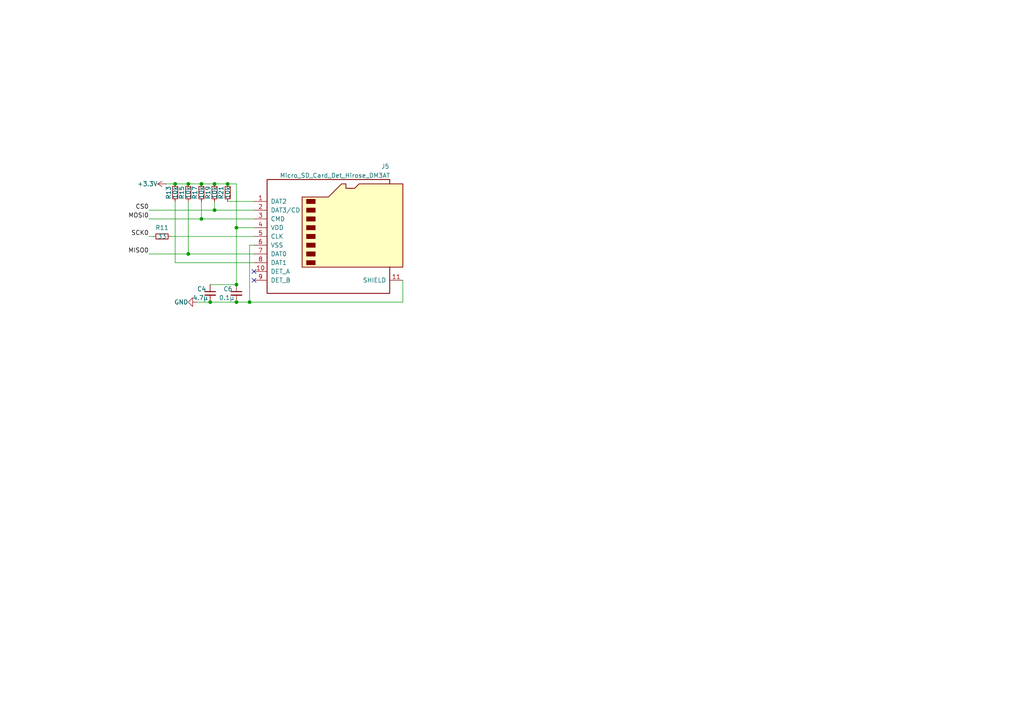
<source format=kicad_sch>
(kicad_sch (version 20250114) (generator "eeschema") (generator_version "9.0")
  (paper "A4")
  (lib_symbols
    (symbol "Connector:Micro_SD_Card_Det_Hirose_DM3AT" (pin_names (offset 1.016))
      (property "Reference" "J" (at -16.51 17.78 0))
      (property "Value" "Micro_SD_Card_Det_Hirose_DM3AT" (at 16.51 17.78 0))
      (symbol "Micro_SD_Card_Det_Hirose_DM3AT_0_1"
        (polyline (pts (xy -8.89 -8.89) (xy -8.89 11.43) (xy -1.27 11.43) (xy 2.54 15.24) (xy 3.81 15.24) (xy 3.81 13.97) (xy 6.35 13.97) (xy 7.62 15.24) (xy 20.32 15.24) (xy 20.32 -8.89) (xy -8.89 -8.89)) (stroke (width 0.254)) (fill (type background)))
        (rectangle (start -7.62 10.795) (end -5.08 9.525) (fill (type outline)))
        (rectangle (start -7.62 8.255) (end -5.08 6.985) (fill (type outline)))
        (rectangle (start -7.62 5.715) (end -5.08 4.445) (fill (type outline)))
        (rectangle (start -7.62 3.175) (end -5.08 1.905) (fill (type outline)))
        (rectangle (start -7.62 0.635) (end -5.08 -0.635) (fill (type outline)))
        (rectangle (start -7.62 -1.905) (end -5.08 -3.175) (fill (type outline)))
        (rectangle (start -7.62 -4.445) (end -5.08 -5.715) (fill (type outline)))
        (rectangle (start -7.62 -6.985) (end -5.08 -8.255) (fill (type outline)))
        (polyline (pts (xy 16.51 15.24) (xy 16.51 16.51) (xy -19.05 16.51) (xy -19.05 -16.51) (xy 16.51 -16.51) (xy 16.51 -8.89)) (stroke (width 0.254)))
      )
      (symbol "Micro_SD_Card_Det_Hirose_DM3AT_1_1"
        (pin bidirectional line (at -22.86 10.16 0) (length 3.81) (name "DAT2") (number "1"))
        (pin bidirectional line (at -22.86 7.62 0) (length 3.81) (name "DAT3/CD") (number "2"))
        (pin input line (at -22.86 5.08 0) (length 3.81) (name "CMD") (number "3"))
        (pin power_in line (at -22.86 2.54 0) (length 3.81) (name "VDD") (number "4"))
        (pin input line (at -22.86 0 0) (length 3.81) (name "CLK") (number "5"))
        (pin power_in line (at -22.86 -2.54 0) (length 3.81) (name "VSS") (number "6"))
        (pin bidirectional line (at -22.86 -5.08 0) (length 3.81) (name "DAT0") (number "7"))
        (pin bidirectional line (at -22.86 -7.62 0) (length 3.81) (name "DAT1") (number "8"))
        (pin passive line (at -22.86 -10.16 0) (length 3.81) (name "DET_A") (number "10"))
        (pin passive line (at -22.86 -12.7 0) (length 3.81) (name "DET_B") (number "9"))
        (pin passive line (at 20.32 -12.7 180) (length 3.81) (name "SHIELD") (number "11"))
      )
    )
    (symbol "Device:C_Small" (pin_numbers (hide yes)) (pin_names (offset 0.254) (hide yes))
      (property "Reference" "C" (at 0.254 1.778 0))
      (property "Value" "C_Small" (at 0.254 -2.032 0))
      (symbol "C_Small_0_1"
        (polyline (pts (xy -1.524 0.508) (xy 1.524 0.508)) (stroke (width 0.3048)))
        (polyline (pts (xy -1.524 -0.508) (xy 1.524 -0.508)) (stroke (width 0.3302)))
      )
      (symbol "C_Small_1_1"
        (pin passive line (at 0 2.54 270) (length 2.032) (name "~") (number "1"))
        (pin passive line (at 0 -2.54 90) (length 2.032) (name "~") (number "2"))
      )
    )
    (symbol "Device:R_Small" (pin_numbers (hide yes)) (pin_names (offset 0.254) (hide yes))
      (property "Reference" "R" (at 0.762 0.508 0))
      (property "Value" "R_Small" (at 0.762 -1.016 0))
      (symbol "R_Small_0_1"
        (rectangle (start -0.762 1.778) (end 0.762 -1.778) (stroke (width 0.2032)))
      )
      (symbol "R_Small_1_1"
        (pin passive line (at 0 2.54 270) (length 0.762) (name "~") (number "1"))
        (pin passive line (at 0 -2.54 90) (length 0.762) (name "~") (number "2"))
      )
    )
    (symbol "power:+3.3V" (power) (pin_names (offset 0))
      (property "Value" "+3.3V" (at 0 3.556 0))
      (symbol "+3.3V_0_1"
        (polyline (pts (xy -0.762 1.27) (xy 0 2.54)))
        (polyline (pts (xy 0 2.54) (xy 0.762 1.27)))
        (polyline (pts (xy 0 0) (xy 0 2.54)))
      )
      (symbol "+3.3V_1_1"
        (pin power_in line (at 0 0 90) (length 0) (hide yes) (name "+3.3V") (number "1"))
      )
    )
    (symbol "power:GND" (power) (pin_names (offset 0))
      (property "Value" "GND" (at 0 -3.81 0))
      (symbol "GND_0_1"
        (polyline (pts (xy 0 0) (xy 0 -1.27) (xy 1.27 -1.27) (xy 0 -2.54) (xy -1.27 -1.27) (xy 0 -1.27)))
      )
      (symbol "GND_1_1"
        (pin power_in line (at 0 0 270) (length 0) (hide yes) (name "GND") (number "1"))
      )
    )
  )
  (junction (at 54.61 53.34))
  (junction (at 68.58 82.55))
  (junction (at 50.8 53.34))
  (junction (at 58.42 63.5))
  (junction (at 58.42 53.34))
  (junction (at 54.61 73.66))
  (junction (at 68.58 87.63))
  (junction (at 62.23 53.34))
  (junction (at 72.39 87.63))
  (junction (at 66.04 53.34))
  (junction (at 68.58 66.04))
  (junction (at 62.23 60.96))
  (junction (at 60.96 87.63))
  (no_connect (at 73.66 81.28))
  (no_connect (at 73.66 78.74))
  (wire (pts (xy 73.66 76.2) (xy 50.8 76.2)))
  (wire (pts (xy 60.96 82.55) (xy 68.58 82.55)))
  (wire (pts (xy 54.61 53.34) (xy 50.8 53.34)))
  (wire (pts (xy 66.04 53.34) (xy 62.23 53.34)))
  (wire (pts (xy 62.23 53.34) (xy 58.42 53.34)))
  (wire (pts (xy 50.8 76.2) (xy 50.8 58.42)))
  (wire (pts (xy 72.39 71.12) (xy 72.39 87.63)))
  (wire (pts (xy 54.61 58.42) (xy 54.61 73.66)))
  (wire (pts (xy 43.18 63.5) (xy 58.42 63.5)))
  (wire (pts (xy 60.96 87.63) (xy 68.58 87.63)))
  (wire (pts (xy 43.18 68.58) (xy 44.45 68.58)))
  (wire (pts (xy 50.8 53.34) (xy 48.26 53.34)))
  (wire (pts (xy 58.42 63.5) (xy 73.66 63.5)))
  (wire (pts (xy 57.15 87.63) (xy 60.96 87.63)))
  (wire (pts (xy 49.53 68.58) (xy 73.66 68.58)))
  (wire (pts (xy 73.66 71.12) (xy 72.39 71.12)))
  (wire (pts (xy 43.18 73.66) (xy 54.61 73.66)))
  (wire (pts (xy 62.23 58.42) (xy 62.23 60.96)))
  (wire (pts (xy 68.58 66.04) (xy 68.58 53.34)))
  (wire (pts (xy 66.04 58.42) (xy 73.66 58.42)))
  (wire (pts (xy 116.84 87.63) (xy 116.84 81.28)))
  (wire (pts (xy 58.42 58.42) (xy 58.42 63.5)))
  (wire (pts (xy 54.61 73.66) (xy 73.66 73.66)))
  (wire (pts (xy 62.23 60.96) (xy 73.66 60.96)))
  (wire (pts (xy 43.18 60.96) (xy 62.23 60.96)))
  (wire (pts (xy 68.58 53.34) (xy 66.04 53.34)))
  (wire (pts (xy 68.58 87.63) (xy 72.39 87.63)))
  (wire (pts (xy 72.39 87.63) (xy 116.84 87.63)))
  (wire (pts (xy 73.66 66.04) (xy 68.58 66.04)))
  (wire (pts (xy 68.58 66.04) (xy 68.58 82.55)))
  (wire (pts (xy 58.42 53.34) (xy 54.61 53.34)))
  (label "MISO0" (at 43.18 73.66 180))
  (label "MOSI0" (at 43.18 63.5 180))
  (label "SCK0" (at 43.18 68.58 180))
  (label "CS0" (at 43.18 60.96 180))
  (symbol (lib_id "Device:R_Small") (at 46.99 68.58 90) (unit 1)
    (property "Reference" "R11" (at 46.99 66.04 90))
    (property "Value" "33" (at 46.99 68.58 90))
    (property "Footprint" "Resistor_SMD:R_0603_1608Metric_Pad0.98x0.95mm_HandSolder" (effects (hide yes)))
  )
  (symbol (lib_id "Device:C_Small") (at 60.96 85.09 0) (unit 1)
    (property "Reference" "C4" (at 57.15 83.82 0) (effects (justify left)))
    (property "Value" "4.7μ" (at 55.88 86.36 0) (effects (justify left)))
    (property "Footprint" "Capacitor_SMD:C_0603_1608Metric_Pad1.08x0.95mm_HandSolder" (effects (hide yes)))
  )
  (symbol (lib_id "Device:C_Small") (at 68.58 85.09 0) (unit 1)
    (property "Reference" "C6" (at 64.77 83.82 0) (effects (justify left)))
    (property "Value" "0.1μ" (at 63.5 86.36 0) (effects (justify left)))
    (property "Footprint" "Capacitor_SMD:C_0603_1608Metric_Pad1.08x0.95mm_HandSolder" (effects (hide yes)))
  )
  (symbol (lib_id "power:+3.3V") (at 48.26 53.34 90) (unit 1)
    (property "Reference" "#PWR041" (effects (hide yes)))
    (property "Value" "+3.3V" (at 45.72 53.34 90) (effects (justify left)))
  )
  (symbol (lib_id "Device:R_Small") (at 50.8 55.88 180) (unit 1)
    (property "Reference" "R13" (at 48.895 55.88 90))
    (property "Value" "10k" (at 50.8 55.88 90))
    (property "Footprint" "Resistor_SMD:R_0603_1608Metric_Pad0.98x0.95mm_HandSolder" (effects (hide yes)))
  )
  (symbol (lib_id "Device:R_Small") (at 54.61 55.88 180) (unit 1)
    (property "Reference" "R15" (at 52.705 55.88 90))
    (property "Value" "10k" (at 54.61 55.88 90))
    (property "Footprint" "Resistor_SMD:R_0603_1608Metric_Pad0.98x0.95mm_HandSolder" (effects (hide yes)))
  )
  (symbol (lib_id "Device:R_Small") (at 58.42 55.88 180) (unit 1)
    (property "Reference" "R17" (at 56.515 55.88 90))
    (property "Value" "10k" (at 58.42 55.88 90))
    (property "Footprint" "Resistor_SMD:R_0603_1608Metric_Pad0.98x0.95mm_HandSolder" (effects (hide yes)))
  )
  (symbol (lib_id "Device:R_Small") (at 62.23 55.88 180) (unit 1)
    (property "Reference" "R19" (at 60.325 55.88 90))
    (property "Value" "10k" (at 62.23 55.88 90))
    (property "Footprint" "Resistor_SMD:R_0603_1608Metric_Pad0.98x0.95mm_HandSolder" (effects (hide yes)))
  )
  (symbol (lib_id "power:GND") (at 57.15 87.63 270) (unit 1)
    (property "Reference" "#PWR043" (effects (hide yes)))
    (property "Value" "GND" (at 54.61 87.63 90) (effects (justify right)))
  )
  (symbol (lib_id "Connector:Micro_SD_Card_Det_Hirose_DM3AT") (at 96.52 68.58 0) (unit 1)
    (property "Reference" "J5" (at 111.76 48.26 0))
    (property "Value" "Micro_SD_Card_Det_Hirose_DM3AT" (at 97.155 50.9071 0))
    (property "Footprint" "Connector_Card:microSD_HC_Hirose_DM3AT-SF-PEJM5" (effects (hide yes)))
    (property "Datasheet" "https://www.hirose.com/product/en/download_file/key_name/DM3/category/Catalog/doc_file_id/49662/?file_category_id=4&item_id=195&is_series=1" (effects (hide yes)))
  )
  (symbol (lib_id "Device:R_Small") (at 66.04 55.88 180) (unit 1)
    (property "Reference" "R21" (at 64.135 55.88 90))
    (property "Value" "10k" (at 66.04 55.88 90))
    (property "Footprint" "Resistor_SMD:R_0603_1608Metric_Pad0.98x0.95mm_HandSolder" (effects (hide yes)))
  )
)
</source>
